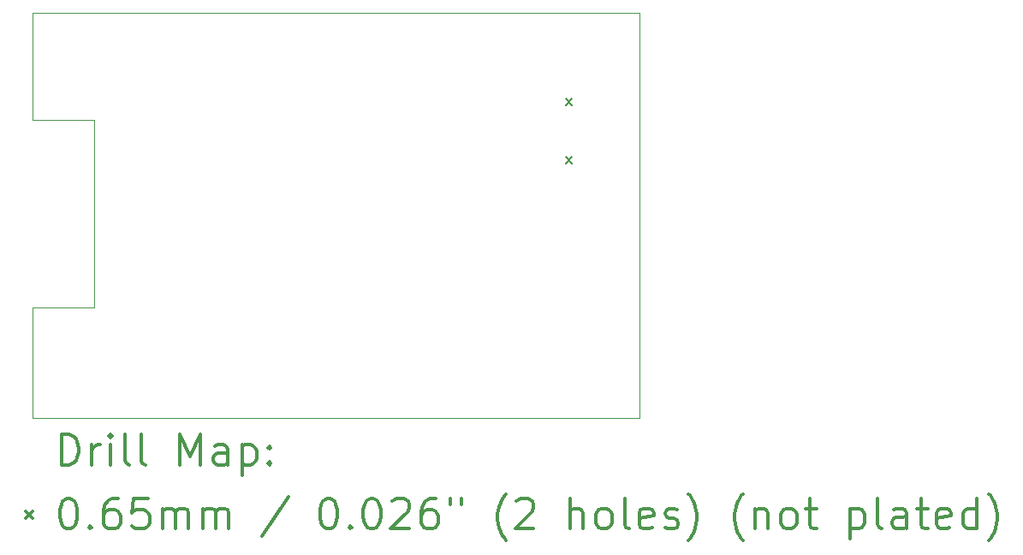
<source format=gbr>
%FSLAX45Y45*%
G04 Gerber Fmt 4.5, Leading zero omitted, Abs format (unit mm)*
G04 Created by KiCad (PCBNEW (5.1.5)-2) date 2020-03-24 14:46:55*
%MOMM*%
%LPD*%
G04 APERTURE LIST*
%TA.AperFunction,Profile*%
%ADD10C,0.050000*%
%TD*%
%ADD11C,0.200000*%
%ADD12C,0.300000*%
G04 APERTURE END LIST*
D10*
X10668000Y-10273800D02*
X11277600Y-10273800D01*
X10668000Y-11366000D02*
X10668000Y-10273800D01*
X11277600Y-8419600D02*
X11277600Y-10273800D01*
X10668000Y-8419600D02*
X11277600Y-8419600D01*
X10668000Y-7366000D02*
X10668000Y-8419600D01*
X16668000Y-7366000D02*
X16668000Y-11366000D01*
X10668000Y-7366000D02*
X16668000Y-7366000D01*
X10668000Y-11366000D02*
X16668000Y-11366000D01*
D11*
X15938100Y-8212400D02*
X16003100Y-8277400D01*
X16003100Y-8212400D02*
X15938100Y-8277400D01*
X15938100Y-8790400D02*
X16003100Y-8855400D01*
X16003100Y-8790400D02*
X15938100Y-8855400D01*
D12*
X10951928Y-11834214D02*
X10951928Y-11534214D01*
X11023357Y-11534214D01*
X11066214Y-11548500D01*
X11094786Y-11577071D01*
X11109071Y-11605643D01*
X11123357Y-11662786D01*
X11123357Y-11705643D01*
X11109071Y-11762786D01*
X11094786Y-11791357D01*
X11066214Y-11819929D01*
X11023357Y-11834214D01*
X10951928Y-11834214D01*
X11251928Y-11834214D02*
X11251928Y-11634214D01*
X11251928Y-11691357D02*
X11266214Y-11662786D01*
X11280500Y-11648500D01*
X11309071Y-11634214D01*
X11337643Y-11634214D01*
X11437643Y-11834214D02*
X11437643Y-11634214D01*
X11437643Y-11534214D02*
X11423357Y-11548500D01*
X11437643Y-11562786D01*
X11451928Y-11548500D01*
X11437643Y-11534214D01*
X11437643Y-11562786D01*
X11623357Y-11834214D02*
X11594786Y-11819929D01*
X11580500Y-11791357D01*
X11580500Y-11534214D01*
X11780500Y-11834214D02*
X11751928Y-11819929D01*
X11737643Y-11791357D01*
X11737643Y-11534214D01*
X12123357Y-11834214D02*
X12123357Y-11534214D01*
X12223357Y-11748500D01*
X12323357Y-11534214D01*
X12323357Y-11834214D01*
X12594786Y-11834214D02*
X12594786Y-11677071D01*
X12580500Y-11648500D01*
X12551928Y-11634214D01*
X12494786Y-11634214D01*
X12466214Y-11648500D01*
X12594786Y-11819929D02*
X12566214Y-11834214D01*
X12494786Y-11834214D01*
X12466214Y-11819929D01*
X12451928Y-11791357D01*
X12451928Y-11762786D01*
X12466214Y-11734214D01*
X12494786Y-11719929D01*
X12566214Y-11719929D01*
X12594786Y-11705643D01*
X12737643Y-11634214D02*
X12737643Y-11934214D01*
X12737643Y-11648500D02*
X12766214Y-11634214D01*
X12823357Y-11634214D01*
X12851928Y-11648500D01*
X12866214Y-11662786D01*
X12880500Y-11691357D01*
X12880500Y-11777071D01*
X12866214Y-11805643D01*
X12851928Y-11819929D01*
X12823357Y-11834214D01*
X12766214Y-11834214D01*
X12737643Y-11819929D01*
X13009071Y-11805643D02*
X13023357Y-11819929D01*
X13009071Y-11834214D01*
X12994786Y-11819929D01*
X13009071Y-11805643D01*
X13009071Y-11834214D01*
X13009071Y-11648500D02*
X13023357Y-11662786D01*
X13009071Y-11677071D01*
X12994786Y-11662786D01*
X13009071Y-11648500D01*
X13009071Y-11677071D01*
X10600500Y-12296000D02*
X10665500Y-12361000D01*
X10665500Y-12296000D02*
X10600500Y-12361000D01*
X11009071Y-12164214D02*
X11037643Y-12164214D01*
X11066214Y-12178500D01*
X11080500Y-12192786D01*
X11094786Y-12221357D01*
X11109071Y-12278500D01*
X11109071Y-12349929D01*
X11094786Y-12407071D01*
X11080500Y-12435643D01*
X11066214Y-12449929D01*
X11037643Y-12464214D01*
X11009071Y-12464214D01*
X10980500Y-12449929D01*
X10966214Y-12435643D01*
X10951928Y-12407071D01*
X10937643Y-12349929D01*
X10937643Y-12278500D01*
X10951928Y-12221357D01*
X10966214Y-12192786D01*
X10980500Y-12178500D01*
X11009071Y-12164214D01*
X11237643Y-12435643D02*
X11251928Y-12449929D01*
X11237643Y-12464214D01*
X11223357Y-12449929D01*
X11237643Y-12435643D01*
X11237643Y-12464214D01*
X11509071Y-12164214D02*
X11451928Y-12164214D01*
X11423357Y-12178500D01*
X11409071Y-12192786D01*
X11380500Y-12235643D01*
X11366214Y-12292786D01*
X11366214Y-12407071D01*
X11380500Y-12435643D01*
X11394786Y-12449929D01*
X11423357Y-12464214D01*
X11480500Y-12464214D01*
X11509071Y-12449929D01*
X11523357Y-12435643D01*
X11537643Y-12407071D01*
X11537643Y-12335643D01*
X11523357Y-12307071D01*
X11509071Y-12292786D01*
X11480500Y-12278500D01*
X11423357Y-12278500D01*
X11394786Y-12292786D01*
X11380500Y-12307071D01*
X11366214Y-12335643D01*
X11809071Y-12164214D02*
X11666214Y-12164214D01*
X11651928Y-12307071D01*
X11666214Y-12292786D01*
X11694786Y-12278500D01*
X11766214Y-12278500D01*
X11794786Y-12292786D01*
X11809071Y-12307071D01*
X11823357Y-12335643D01*
X11823357Y-12407071D01*
X11809071Y-12435643D01*
X11794786Y-12449929D01*
X11766214Y-12464214D01*
X11694786Y-12464214D01*
X11666214Y-12449929D01*
X11651928Y-12435643D01*
X11951928Y-12464214D02*
X11951928Y-12264214D01*
X11951928Y-12292786D02*
X11966214Y-12278500D01*
X11994786Y-12264214D01*
X12037643Y-12264214D01*
X12066214Y-12278500D01*
X12080500Y-12307071D01*
X12080500Y-12464214D01*
X12080500Y-12307071D02*
X12094786Y-12278500D01*
X12123357Y-12264214D01*
X12166214Y-12264214D01*
X12194786Y-12278500D01*
X12209071Y-12307071D01*
X12209071Y-12464214D01*
X12351928Y-12464214D02*
X12351928Y-12264214D01*
X12351928Y-12292786D02*
X12366214Y-12278500D01*
X12394786Y-12264214D01*
X12437643Y-12264214D01*
X12466214Y-12278500D01*
X12480500Y-12307071D01*
X12480500Y-12464214D01*
X12480500Y-12307071D02*
X12494786Y-12278500D01*
X12523357Y-12264214D01*
X12566214Y-12264214D01*
X12594786Y-12278500D01*
X12609071Y-12307071D01*
X12609071Y-12464214D01*
X13194786Y-12149929D02*
X12937643Y-12535643D01*
X13580500Y-12164214D02*
X13609071Y-12164214D01*
X13637643Y-12178500D01*
X13651928Y-12192786D01*
X13666214Y-12221357D01*
X13680500Y-12278500D01*
X13680500Y-12349929D01*
X13666214Y-12407071D01*
X13651928Y-12435643D01*
X13637643Y-12449929D01*
X13609071Y-12464214D01*
X13580500Y-12464214D01*
X13551928Y-12449929D01*
X13537643Y-12435643D01*
X13523357Y-12407071D01*
X13509071Y-12349929D01*
X13509071Y-12278500D01*
X13523357Y-12221357D01*
X13537643Y-12192786D01*
X13551928Y-12178500D01*
X13580500Y-12164214D01*
X13809071Y-12435643D02*
X13823357Y-12449929D01*
X13809071Y-12464214D01*
X13794786Y-12449929D01*
X13809071Y-12435643D01*
X13809071Y-12464214D01*
X14009071Y-12164214D02*
X14037643Y-12164214D01*
X14066214Y-12178500D01*
X14080500Y-12192786D01*
X14094786Y-12221357D01*
X14109071Y-12278500D01*
X14109071Y-12349929D01*
X14094786Y-12407071D01*
X14080500Y-12435643D01*
X14066214Y-12449929D01*
X14037643Y-12464214D01*
X14009071Y-12464214D01*
X13980500Y-12449929D01*
X13966214Y-12435643D01*
X13951928Y-12407071D01*
X13937643Y-12349929D01*
X13937643Y-12278500D01*
X13951928Y-12221357D01*
X13966214Y-12192786D01*
X13980500Y-12178500D01*
X14009071Y-12164214D01*
X14223357Y-12192786D02*
X14237643Y-12178500D01*
X14266214Y-12164214D01*
X14337643Y-12164214D01*
X14366214Y-12178500D01*
X14380500Y-12192786D01*
X14394786Y-12221357D01*
X14394786Y-12249929D01*
X14380500Y-12292786D01*
X14209071Y-12464214D01*
X14394786Y-12464214D01*
X14651928Y-12164214D02*
X14594786Y-12164214D01*
X14566214Y-12178500D01*
X14551928Y-12192786D01*
X14523357Y-12235643D01*
X14509071Y-12292786D01*
X14509071Y-12407071D01*
X14523357Y-12435643D01*
X14537643Y-12449929D01*
X14566214Y-12464214D01*
X14623357Y-12464214D01*
X14651928Y-12449929D01*
X14666214Y-12435643D01*
X14680500Y-12407071D01*
X14680500Y-12335643D01*
X14666214Y-12307071D01*
X14651928Y-12292786D01*
X14623357Y-12278500D01*
X14566214Y-12278500D01*
X14537643Y-12292786D01*
X14523357Y-12307071D01*
X14509071Y-12335643D01*
X14794786Y-12164214D02*
X14794786Y-12221357D01*
X14909071Y-12164214D02*
X14909071Y-12221357D01*
X15351928Y-12578500D02*
X15337643Y-12564214D01*
X15309071Y-12521357D01*
X15294786Y-12492786D01*
X15280500Y-12449929D01*
X15266214Y-12378500D01*
X15266214Y-12321357D01*
X15280500Y-12249929D01*
X15294786Y-12207071D01*
X15309071Y-12178500D01*
X15337643Y-12135643D01*
X15351928Y-12121357D01*
X15451928Y-12192786D02*
X15466214Y-12178500D01*
X15494786Y-12164214D01*
X15566214Y-12164214D01*
X15594786Y-12178500D01*
X15609071Y-12192786D01*
X15623357Y-12221357D01*
X15623357Y-12249929D01*
X15609071Y-12292786D01*
X15437643Y-12464214D01*
X15623357Y-12464214D01*
X15980500Y-12464214D02*
X15980500Y-12164214D01*
X16109071Y-12464214D02*
X16109071Y-12307071D01*
X16094786Y-12278500D01*
X16066214Y-12264214D01*
X16023357Y-12264214D01*
X15994786Y-12278500D01*
X15980500Y-12292786D01*
X16294786Y-12464214D02*
X16266214Y-12449929D01*
X16251928Y-12435643D01*
X16237643Y-12407071D01*
X16237643Y-12321357D01*
X16251928Y-12292786D01*
X16266214Y-12278500D01*
X16294786Y-12264214D01*
X16337643Y-12264214D01*
X16366214Y-12278500D01*
X16380500Y-12292786D01*
X16394786Y-12321357D01*
X16394786Y-12407071D01*
X16380500Y-12435643D01*
X16366214Y-12449929D01*
X16337643Y-12464214D01*
X16294786Y-12464214D01*
X16566214Y-12464214D02*
X16537643Y-12449929D01*
X16523357Y-12421357D01*
X16523357Y-12164214D01*
X16794786Y-12449929D02*
X16766214Y-12464214D01*
X16709071Y-12464214D01*
X16680500Y-12449929D01*
X16666214Y-12421357D01*
X16666214Y-12307071D01*
X16680500Y-12278500D01*
X16709071Y-12264214D01*
X16766214Y-12264214D01*
X16794786Y-12278500D01*
X16809071Y-12307071D01*
X16809071Y-12335643D01*
X16666214Y-12364214D01*
X16923357Y-12449929D02*
X16951928Y-12464214D01*
X17009071Y-12464214D01*
X17037643Y-12449929D01*
X17051928Y-12421357D01*
X17051928Y-12407071D01*
X17037643Y-12378500D01*
X17009071Y-12364214D01*
X16966214Y-12364214D01*
X16937643Y-12349929D01*
X16923357Y-12321357D01*
X16923357Y-12307071D01*
X16937643Y-12278500D01*
X16966214Y-12264214D01*
X17009071Y-12264214D01*
X17037643Y-12278500D01*
X17151928Y-12578500D02*
X17166214Y-12564214D01*
X17194786Y-12521357D01*
X17209071Y-12492786D01*
X17223357Y-12449929D01*
X17237643Y-12378500D01*
X17237643Y-12321357D01*
X17223357Y-12249929D01*
X17209071Y-12207071D01*
X17194786Y-12178500D01*
X17166214Y-12135643D01*
X17151928Y-12121357D01*
X17694786Y-12578500D02*
X17680500Y-12564214D01*
X17651928Y-12521357D01*
X17637643Y-12492786D01*
X17623357Y-12449929D01*
X17609071Y-12378500D01*
X17609071Y-12321357D01*
X17623357Y-12249929D01*
X17637643Y-12207071D01*
X17651928Y-12178500D01*
X17680500Y-12135643D01*
X17694786Y-12121357D01*
X17809071Y-12264214D02*
X17809071Y-12464214D01*
X17809071Y-12292786D02*
X17823357Y-12278500D01*
X17851928Y-12264214D01*
X17894786Y-12264214D01*
X17923357Y-12278500D01*
X17937643Y-12307071D01*
X17937643Y-12464214D01*
X18123357Y-12464214D02*
X18094786Y-12449929D01*
X18080500Y-12435643D01*
X18066214Y-12407071D01*
X18066214Y-12321357D01*
X18080500Y-12292786D01*
X18094786Y-12278500D01*
X18123357Y-12264214D01*
X18166214Y-12264214D01*
X18194786Y-12278500D01*
X18209071Y-12292786D01*
X18223357Y-12321357D01*
X18223357Y-12407071D01*
X18209071Y-12435643D01*
X18194786Y-12449929D01*
X18166214Y-12464214D01*
X18123357Y-12464214D01*
X18309071Y-12264214D02*
X18423357Y-12264214D01*
X18351928Y-12164214D02*
X18351928Y-12421357D01*
X18366214Y-12449929D01*
X18394786Y-12464214D01*
X18423357Y-12464214D01*
X18751928Y-12264214D02*
X18751928Y-12564214D01*
X18751928Y-12278500D02*
X18780500Y-12264214D01*
X18837643Y-12264214D01*
X18866214Y-12278500D01*
X18880500Y-12292786D01*
X18894786Y-12321357D01*
X18894786Y-12407071D01*
X18880500Y-12435643D01*
X18866214Y-12449929D01*
X18837643Y-12464214D01*
X18780500Y-12464214D01*
X18751928Y-12449929D01*
X19066214Y-12464214D02*
X19037643Y-12449929D01*
X19023357Y-12421357D01*
X19023357Y-12164214D01*
X19309071Y-12464214D02*
X19309071Y-12307071D01*
X19294786Y-12278500D01*
X19266214Y-12264214D01*
X19209071Y-12264214D01*
X19180500Y-12278500D01*
X19309071Y-12449929D02*
X19280500Y-12464214D01*
X19209071Y-12464214D01*
X19180500Y-12449929D01*
X19166214Y-12421357D01*
X19166214Y-12392786D01*
X19180500Y-12364214D01*
X19209071Y-12349929D01*
X19280500Y-12349929D01*
X19309071Y-12335643D01*
X19409071Y-12264214D02*
X19523357Y-12264214D01*
X19451928Y-12164214D02*
X19451928Y-12421357D01*
X19466214Y-12449929D01*
X19494786Y-12464214D01*
X19523357Y-12464214D01*
X19737643Y-12449929D02*
X19709071Y-12464214D01*
X19651928Y-12464214D01*
X19623357Y-12449929D01*
X19609071Y-12421357D01*
X19609071Y-12307071D01*
X19623357Y-12278500D01*
X19651928Y-12264214D01*
X19709071Y-12264214D01*
X19737643Y-12278500D01*
X19751928Y-12307071D01*
X19751928Y-12335643D01*
X19609071Y-12364214D01*
X20009071Y-12464214D02*
X20009071Y-12164214D01*
X20009071Y-12449929D02*
X19980500Y-12464214D01*
X19923357Y-12464214D01*
X19894786Y-12449929D01*
X19880500Y-12435643D01*
X19866214Y-12407071D01*
X19866214Y-12321357D01*
X19880500Y-12292786D01*
X19894786Y-12278500D01*
X19923357Y-12264214D01*
X19980500Y-12264214D01*
X20009071Y-12278500D01*
X20123357Y-12578500D02*
X20137643Y-12564214D01*
X20166214Y-12521357D01*
X20180500Y-12492786D01*
X20194786Y-12449929D01*
X20209071Y-12378500D01*
X20209071Y-12321357D01*
X20194786Y-12249929D01*
X20180500Y-12207071D01*
X20166214Y-12178500D01*
X20137643Y-12135643D01*
X20123357Y-12121357D01*
M02*

</source>
